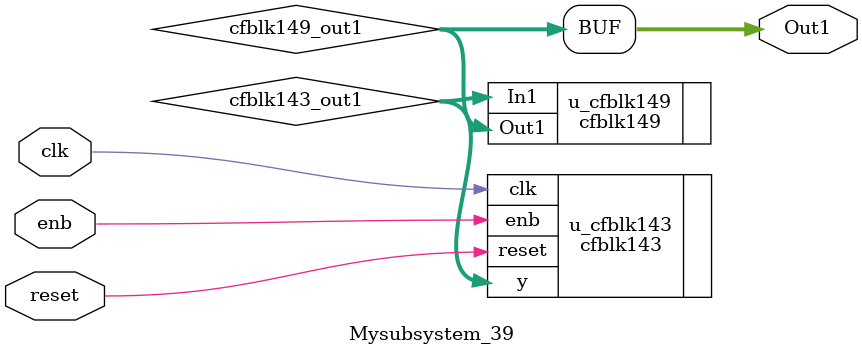
<source format=v>



`timescale 1 ns / 1 ns

module Mysubsystem_39
          (clk,
           reset,
           enb,
           Out1);


  input   clk;
  input   reset;
  input   enb;
  output  [7:0] Out1;  // uint8


  wire [7:0] cfblk143_out1;  // uint8
  wire [7:0] cfblk149_out1;  // uint8


  cfblk143 u_cfblk143 (.clk(clk),
                       .reset(reset),
                       .enb(enb),
                       .y(cfblk143_out1)  // uint8
                       );

  cfblk149 u_cfblk149 (.In1(cfblk143_out1),  // uint8
                       .Out1(cfblk149_out1)  // uint8
                       );

  assign Out1 = cfblk149_out1;

endmodule  // Mysubsystem_39


</source>
